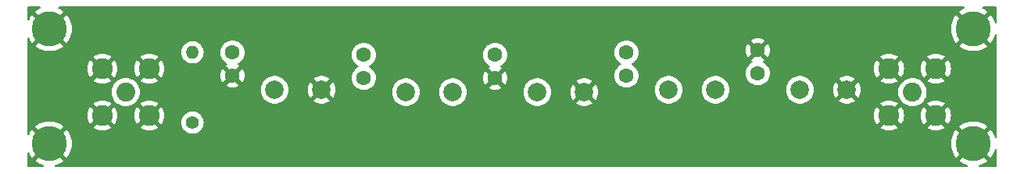
<source format=gbr>
%TF.GenerationSoftware,KiCad,Pcbnew,8.0.1*%
%TF.CreationDate,2024-06-11T21:07:25-04:00*%
%TF.ProjectId,filter,66696c74-6572-42e6-9b69-6361645f7063,rev?*%
%TF.SameCoordinates,Original*%
%TF.FileFunction,Copper,L2,Bot*%
%TF.FilePolarity,Positive*%
%FSLAX46Y46*%
G04 Gerber Fmt 4.6, Leading zero omitted, Abs format (unit mm)*
G04 Created by KiCad (PCBNEW 8.0.1) date 2024-06-11 21:07:25*
%MOMM*%
%LPD*%
G01*
G04 APERTURE LIST*
%TA.AperFunction,ComponentPad*%
%ADD10C,3.800000*%
%TD*%
%TA.AperFunction,ComponentPad*%
%ADD11C,1.600000*%
%TD*%
%TA.AperFunction,ComponentPad*%
%ADD12C,1.400000*%
%TD*%
%TA.AperFunction,ComponentPad*%
%ADD13O,1.400000X1.400000*%
%TD*%
%TA.AperFunction,ComponentPad*%
%ADD14C,2.000000*%
%TD*%
%TA.AperFunction,ComponentPad*%
%ADD15C,2.050000*%
%TD*%
%TA.AperFunction,ComponentPad*%
%ADD16C,2.250000*%
%TD*%
%TA.AperFunction,ViaPad*%
%ADD17C,0.600000*%
%TD*%
G04 APERTURE END LIST*
D10*
%TO.P,REF\u002A\u002A,1*%
%TO.N,GND*%
X187706000Y-104140000D03*
%TD*%
%TO.P,REF\u002A\u002A,1*%
%TO.N,GND*%
X187706000Y-91694000D03*
%TD*%
%TO.P,REF\u002A\u002A,*%
%TO.N,GND*%
X87630000Y-104140000D03*
%TD*%
%TO.P,REF\u002A\u002A,1*%
%TO.N,GND*%
X87630000Y-91694000D03*
%TD*%
D11*
%TO.P,C5,1*%
%TO.N,Net-(J2-In)*%
X164338000Y-96500000D03*
%TO.P,C5,2*%
%TO.N,GND*%
X164338000Y-94000000D03*
%TD*%
D12*
%TO.P,R1,1*%
%TO.N,Net-(J1-In)*%
X103124000Y-101854000D03*
D13*
%TO.P,R1,2*%
%TO.N,Net-(C2-Pad1)*%
X103124000Y-94234000D03*
%TD*%
D14*
%TO.P,L1,1,1*%
%TO.N,Net-(C2-Pad1)*%
X112014000Y-98298000D03*
%TO.P,L1,2,2*%
%TO.N,GND*%
X117094000Y-98298000D03*
%TD*%
%TO.P,L5,1,1*%
%TO.N,Net-(J2-In)*%
X168910000Y-98298000D03*
%TO.P,L5,2,2*%
%TO.N,GND*%
X173990000Y-98298000D03*
%TD*%
D15*
%TO.P,J2,1,In*%
%TO.N,Net-(J2-In)*%
X181102000Y-98552000D03*
D16*
%TO.P,J2,2,Ext*%
%TO.N,GND*%
X178562000Y-96012000D03*
X178562000Y-101092000D03*
X183642000Y-96012000D03*
X183642000Y-101092000D03*
%TD*%
D11*
%TO.P,C2,1*%
%TO.N,Net-(C2-Pad1)*%
X121666000Y-94508000D03*
%TO.P,C2,2*%
%TO.N,Net-(C3-Pad2)*%
X121666000Y-97008000D03*
%TD*%
%TO.P,C1,1*%
%TO.N,Net-(C2-Pad1)*%
X107442000Y-94254000D03*
%TO.P,C1,2*%
%TO.N,GND*%
X107442000Y-96754000D03*
%TD*%
%TO.P,C3,1*%
%TO.N,GND*%
X135890000Y-97008000D03*
%TO.P,C3,2*%
%TO.N,Net-(C1-Pad2)*%
X135890000Y-94508000D03*
%TD*%
D14*
%TO.P,L3,1,1*%
%TO.N,Net-(C5-Pad2)*%
X154686000Y-98298000D03*
%TO.P,L3,2,2*%
%TO.N,Net-(J2-In)*%
X159766000Y-98298000D03*
%TD*%
D15*
%TO.P,J1,1,In*%
%TO.N,Net-(J1-In)*%
X95885000Y-98552000D03*
D16*
%TO.P,J1,2,Ext*%
%TO.N,GND*%
X93345000Y-96012000D03*
X93345000Y-101092000D03*
X98425000Y-96012000D03*
X98425000Y-101092000D03*
%TD*%
D14*
%TO.P,L2,1,1*%
%TO.N,Net-(C3-Pad2)*%
X126238000Y-98552000D03*
%TO.P,L2,2,2*%
%TO.N,Net-(C1-Pad2)*%
X131318000Y-98552000D03*
%TD*%
%TO.P,L4,1,1*%
%TO.N,Net-(C1-Pad2)*%
X140462000Y-98552000D03*
%TO.P,L4,2,2*%
%TO.N,GND*%
X145542000Y-98552000D03*
%TD*%
D11*
%TO.P,C4,1*%
%TO.N,Net-(C1-Pad2)*%
X150114000Y-96754000D03*
%TO.P,C4,2*%
%TO.N,Net-(C5-Pad2)*%
X150114000Y-94254000D03*
%TD*%
D17*
%TO.N,GND*%
X170688000Y-97028000D03*
X153924000Y-100076000D03*
X101854000Y-103124000D03*
X146558000Y-95250000D03*
X131318000Y-96774000D03*
X104394000Y-92710000D03*
X171704000Y-98298000D03*
X162306000Y-96266000D03*
X120142000Y-92964000D03*
X155956000Y-96774000D03*
X132842000Y-95250000D03*
X170688000Y-101600000D03*
X149098000Y-92710000D03*
X133350000Y-99314000D03*
X137668000Y-93218000D03*
X163830000Y-99314000D03*
X142240000Y-98806000D03*
X152400000Y-98806000D03*
X148082000Y-93980000D03*
X118364000Y-96266000D03*
X166624000Y-94996000D03*
X181102000Y-96774000D03*
X141224000Y-95504000D03*
X135128000Y-93218000D03*
X104902000Y-102108000D03*
X136398000Y-92964000D03*
X114300000Y-93218000D03*
X169164000Y-100838000D03*
X177038000Y-97790000D03*
X150876000Y-92710000D03*
X110236000Y-98298000D03*
X115316000Y-92964000D03*
X161290000Y-96774000D03*
X102616000Y-99060000D03*
X143256000Y-95250000D03*
X149860000Y-98552000D03*
X134112000Y-98552000D03*
X114300000Y-98298000D03*
X183134000Y-98806000D03*
X176276000Y-98298000D03*
X139192000Y-94742000D03*
X104394000Y-95758000D03*
X116586000Y-92964000D03*
X103632000Y-100076000D03*
X155956000Y-100076000D03*
X153416000Y-95250000D03*
X137414000Y-97790000D03*
X133604000Y-94488000D03*
X173990000Y-101600000D03*
X154432000Y-96266000D03*
X101600000Y-102108000D03*
X162560000Y-100076000D03*
X169164000Y-96266000D03*
X105410000Y-95758000D03*
X104394000Y-103378000D03*
X123698000Y-98552000D03*
X117856000Y-92964000D03*
X117094000Y-96266000D03*
X145288000Y-95250000D03*
X100584000Y-97028000D03*
X172466000Y-101600000D03*
X138430000Y-93980000D03*
X109474000Y-93472000D03*
X118872000Y-92964000D03*
X132080000Y-96012000D03*
X124968000Y-95504000D03*
X109220000Y-97790000D03*
X115316000Y-97282000D03*
X142748000Y-98298000D03*
X167894000Y-99822000D03*
X165100000Y-98298000D03*
X119634000Y-96266000D03*
X110744000Y-94488000D03*
X138430000Y-98552000D03*
X112268000Y-96266000D03*
X181102000Y-100584000D03*
X116332000Y-96520000D03*
X158242000Y-97028000D03*
X159512000Y-96012000D03*
X151638000Y-98044000D03*
X112776000Y-95250000D03*
X140716000Y-96266000D03*
X159512000Y-100330000D03*
X113538000Y-93980000D03*
X144272000Y-95250000D03*
X111506000Y-95504000D03*
X152400000Y-94234000D03*
X123698000Y-95504000D03*
X104902000Y-101092000D03*
X147828000Y-98552000D03*
X166878000Y-98552000D03*
X148082000Y-95250000D03*
X161036000Y-100330000D03*
X175768000Y-101600000D03*
X139954000Y-95504000D03*
X143764000Y-98298000D03*
X105410000Y-92710000D03*
X148844000Y-98552000D03*
X158242000Y-99314000D03*
X134112000Y-93726000D03*
X142240000Y-95250000D03*
X101600000Y-98044000D03*
X125984000Y-96012000D03*
X167894000Y-94996000D03*
X156718000Y-98298000D03*
X100584000Y-101346000D03*
X103124000Y-103378000D03*
%TD*%
%TA.AperFunction,Conductor*%
%TO.N,GND*%
G36*
X186716961Y-89293185D02*
G01*
X186762716Y-89345989D01*
X186772660Y-89415147D01*
X186743635Y-89478703D01*
X186695569Y-89512792D01*
X186682117Y-89518117D01*
X186682109Y-89518121D01*
X186417476Y-89663604D01*
X186417471Y-89663607D01*
X186192565Y-89827010D01*
X186192564Y-89827011D01*
X187123262Y-90757709D01*
X186989398Y-90854967D01*
X186866967Y-90977398D01*
X186769709Y-91111262D01*
X185841311Y-90182864D01*
X185760520Y-90280525D01*
X185760518Y-90280528D01*
X185598707Y-90535502D01*
X185598704Y-90535508D01*
X185470127Y-90808747D01*
X185470125Y-90808752D01*
X185376805Y-91095959D01*
X185320216Y-91392609D01*
X185320215Y-91392616D01*
X185301255Y-91693994D01*
X185301255Y-91694005D01*
X185320215Y-91995383D01*
X185320216Y-91995390D01*
X185376805Y-92292040D01*
X185470125Y-92579247D01*
X185470127Y-92579252D01*
X185598704Y-92852491D01*
X185598707Y-92852497D01*
X185760516Y-93107469D01*
X185841311Y-93205133D01*
X186769708Y-92276736D01*
X186866967Y-92410602D01*
X186989398Y-92533033D01*
X187123262Y-92630290D01*
X186192564Y-93560987D01*
X186192565Y-93560989D01*
X186417461Y-93724385D01*
X186417479Y-93724397D01*
X186682109Y-93869878D01*
X186682117Y-93869882D01*
X186962889Y-93981047D01*
X186962892Y-93981048D01*
X187255399Y-94056150D01*
X187554995Y-94093999D01*
X187555007Y-94094000D01*
X187856993Y-94094000D01*
X187857004Y-94093999D01*
X188156600Y-94056150D01*
X188449107Y-93981048D01*
X188449110Y-93981047D01*
X188729882Y-93869882D01*
X188729890Y-93869878D01*
X188994520Y-93724397D01*
X188994530Y-93724390D01*
X189219433Y-93560987D01*
X189219434Y-93560987D01*
X188288737Y-92630290D01*
X188422602Y-92533033D01*
X188545033Y-92410602D01*
X188642290Y-92276737D01*
X189570687Y-93205134D01*
X189651486Y-93107464D01*
X189813292Y-92852497D01*
X189813295Y-92852491D01*
X189941872Y-92579252D01*
X189941874Y-92579247D01*
X190011569Y-92364751D01*
X190051007Y-92307075D01*
X190115365Y-92279877D01*
X190184212Y-92291792D01*
X190235687Y-92339036D01*
X190253500Y-92403069D01*
X190253500Y-103430930D01*
X190233815Y-103497969D01*
X190181011Y-103543724D01*
X190111853Y-103553668D01*
X190048297Y-103524643D01*
X190011569Y-103469248D01*
X189941874Y-103254752D01*
X189941872Y-103254747D01*
X189813295Y-102981508D01*
X189813292Y-102981502D01*
X189651483Y-102726530D01*
X189570686Y-102628864D01*
X188642289Y-103557261D01*
X188545033Y-103423398D01*
X188422602Y-103300967D01*
X188288736Y-103203709D01*
X189219434Y-102273011D01*
X189219433Y-102273009D01*
X188994538Y-102109614D01*
X188994520Y-102109602D01*
X188729890Y-101964121D01*
X188729882Y-101964117D01*
X188449110Y-101852952D01*
X188449107Y-101852951D01*
X188156600Y-101777849D01*
X187857004Y-101740000D01*
X187554995Y-101740000D01*
X187255399Y-101777849D01*
X186962892Y-101852951D01*
X186962889Y-101852952D01*
X186682117Y-101964117D01*
X186682109Y-101964121D01*
X186417476Y-102109604D01*
X186417471Y-102109607D01*
X186192565Y-102273010D01*
X186192564Y-102273011D01*
X187123262Y-103203709D01*
X186989398Y-103300967D01*
X186866967Y-103423398D01*
X186769709Y-103557262D01*
X185841311Y-102628864D01*
X185760520Y-102726525D01*
X185760518Y-102726528D01*
X185598707Y-102981502D01*
X185598704Y-102981508D01*
X185470127Y-103254747D01*
X185470125Y-103254752D01*
X185376805Y-103541959D01*
X185320216Y-103838609D01*
X185320215Y-103838616D01*
X185301255Y-104139994D01*
X185301255Y-104140005D01*
X185320215Y-104441383D01*
X185320216Y-104441390D01*
X185376805Y-104738040D01*
X185470125Y-105025247D01*
X185470127Y-105025252D01*
X185598704Y-105298491D01*
X185598707Y-105298497D01*
X185760516Y-105553469D01*
X185841311Y-105651133D01*
X186769708Y-104722736D01*
X186866967Y-104856602D01*
X186989398Y-104979033D01*
X187123262Y-105076290D01*
X186192564Y-106006987D01*
X186192565Y-106006989D01*
X186417461Y-106170385D01*
X186417479Y-106170397D01*
X186682109Y-106315878D01*
X186682117Y-106315882D01*
X186962888Y-106427046D01*
X187026564Y-106443396D01*
X187086602Y-106479134D01*
X187117787Y-106541658D01*
X187110219Y-106611116D01*
X187066300Y-106665457D01*
X186999975Y-106687427D01*
X186995726Y-106687500D01*
X88340274Y-106687500D01*
X88273235Y-106667815D01*
X88227480Y-106615011D01*
X88217536Y-106545853D01*
X88246561Y-106482297D01*
X88305339Y-106444523D01*
X88309436Y-106443396D01*
X88373111Y-106427046D01*
X88653882Y-106315882D01*
X88653890Y-106315878D01*
X88918520Y-106170397D01*
X88918530Y-106170390D01*
X89143433Y-106006987D01*
X89143434Y-106006987D01*
X88212737Y-105076290D01*
X88346602Y-104979033D01*
X88469033Y-104856602D01*
X88566290Y-104722737D01*
X89494687Y-105651134D01*
X89575486Y-105553464D01*
X89737292Y-105298497D01*
X89737295Y-105298491D01*
X89865872Y-105025252D01*
X89865874Y-105025247D01*
X89959194Y-104738040D01*
X90015783Y-104441390D01*
X90015784Y-104441383D01*
X90034745Y-104140005D01*
X90034745Y-104139994D01*
X90015784Y-103838616D01*
X90015783Y-103838609D01*
X89959194Y-103541959D01*
X89865874Y-103254752D01*
X89865872Y-103254747D01*
X89737295Y-102981508D01*
X89737292Y-102981502D01*
X89575483Y-102726530D01*
X89494686Y-102628864D01*
X88566289Y-103557261D01*
X88469033Y-103423398D01*
X88346602Y-103300967D01*
X88212736Y-103203709D01*
X89143434Y-102273011D01*
X89143433Y-102273009D01*
X88918538Y-102109614D01*
X88918520Y-102109602D01*
X88653890Y-101964121D01*
X88653882Y-101964117D01*
X88373110Y-101852952D01*
X88373107Y-101852951D01*
X88080600Y-101777849D01*
X87781004Y-101740000D01*
X87478995Y-101740000D01*
X87179399Y-101777849D01*
X86886892Y-101852951D01*
X86886889Y-101852952D01*
X86606117Y-101964117D01*
X86606109Y-101964121D01*
X86341476Y-102109604D01*
X86341471Y-102109607D01*
X86116565Y-102273010D01*
X86116564Y-102273011D01*
X87047262Y-103203709D01*
X86913398Y-103300967D01*
X86790967Y-103423398D01*
X86693709Y-103557262D01*
X85765311Y-102628864D01*
X85684520Y-102726525D01*
X85684518Y-102726528D01*
X85522707Y-102981502D01*
X85522704Y-102981508D01*
X85445698Y-103145154D01*
X85399343Y-103197432D01*
X85332083Y-103216349D01*
X85265273Y-103195900D01*
X85220124Y-103142576D01*
X85209500Y-103092357D01*
X85209500Y-101092000D01*
X91714975Y-101092000D01*
X91735042Y-101346989D01*
X91794752Y-101595702D01*
X91892634Y-101832012D01*
X91892636Y-101832015D01*
X92026277Y-102050098D01*
X92026284Y-102050107D01*
X92029533Y-102053912D01*
X92590884Y-101492560D01*
X92591740Y-101494626D01*
X92684762Y-101633844D01*
X92803156Y-101752238D01*
X92942374Y-101845260D01*
X92944437Y-101846114D01*
X92383087Y-102407465D01*
X92386897Y-102410719D01*
X92604984Y-102544363D01*
X92604987Y-102544365D01*
X92841297Y-102642247D01*
X93090011Y-102701957D01*
X93090010Y-102701957D01*
X93345000Y-102722024D01*
X93599989Y-102701957D01*
X93848702Y-102642247D01*
X94085012Y-102544365D01*
X94085015Y-102544363D01*
X94303095Y-102410724D01*
X94303110Y-102410713D01*
X94306911Y-102407466D01*
X94306911Y-102407464D01*
X93745562Y-101846114D01*
X93747626Y-101845260D01*
X93886844Y-101752238D01*
X94005238Y-101633844D01*
X94098260Y-101494626D01*
X94099114Y-101492561D01*
X94660464Y-102053911D01*
X94660466Y-102053911D01*
X94663713Y-102050110D01*
X94663724Y-102050095D01*
X94797363Y-101832015D01*
X94797365Y-101832012D01*
X94895247Y-101595702D01*
X94954957Y-101346989D01*
X94975024Y-101092000D01*
X96794975Y-101092000D01*
X96815042Y-101346989D01*
X96874752Y-101595702D01*
X96972634Y-101832012D01*
X96972636Y-101832015D01*
X97106277Y-102050098D01*
X97106284Y-102050107D01*
X97109533Y-102053912D01*
X97670884Y-101492560D01*
X97671740Y-101494626D01*
X97764762Y-101633844D01*
X97883156Y-101752238D01*
X98022374Y-101845260D01*
X98024437Y-101846114D01*
X97463087Y-102407465D01*
X97466897Y-102410719D01*
X97684984Y-102544363D01*
X97684987Y-102544365D01*
X97921297Y-102642247D01*
X98170011Y-102701957D01*
X98170010Y-102701957D01*
X98425000Y-102722024D01*
X98679989Y-102701957D01*
X98928702Y-102642247D01*
X99165012Y-102544365D01*
X99165015Y-102544363D01*
X99383095Y-102410724D01*
X99383110Y-102410713D01*
X99386911Y-102407466D01*
X99386911Y-102407464D01*
X98825562Y-101846114D01*
X98827626Y-101845260D01*
X98966844Y-101752238D01*
X99085238Y-101633844D01*
X99178260Y-101494626D01*
X99179114Y-101492561D01*
X99740464Y-102053911D01*
X99740466Y-102053911D01*
X99743713Y-102050110D01*
X99743724Y-102050095D01*
X99863891Y-101854000D01*
X101918357Y-101854000D01*
X101938884Y-102075535D01*
X101938885Y-102075537D01*
X101999769Y-102289523D01*
X101999775Y-102289538D01*
X102098938Y-102488683D01*
X102098943Y-102488691D01*
X102233020Y-102666238D01*
X102397437Y-102816123D01*
X102397439Y-102816125D01*
X102586595Y-102933245D01*
X102586596Y-102933245D01*
X102586599Y-102933247D01*
X102794060Y-103013618D01*
X103012757Y-103054500D01*
X103012759Y-103054500D01*
X103235241Y-103054500D01*
X103235243Y-103054500D01*
X103453940Y-103013618D01*
X103661401Y-102933247D01*
X103850562Y-102816124D01*
X104014981Y-102666236D01*
X104149058Y-102488689D01*
X104248229Y-102289528D01*
X104309115Y-102075536D01*
X104329643Y-101854000D01*
X104309115Y-101632464D01*
X104248229Y-101418472D01*
X104248224Y-101418461D01*
X104149061Y-101219316D01*
X104149056Y-101219308D01*
X104052918Y-101092000D01*
X176931975Y-101092000D01*
X176952042Y-101346989D01*
X177011752Y-101595702D01*
X177109634Y-101832012D01*
X177109636Y-101832015D01*
X177243277Y-102050098D01*
X177243284Y-102050107D01*
X177246533Y-102053912D01*
X177807884Y-101492560D01*
X177808740Y-101494626D01*
X177901762Y-101633844D01*
X178020156Y-101752238D01*
X178159374Y-101845260D01*
X178161437Y-101846114D01*
X177600087Y-102407465D01*
X177603897Y-102410719D01*
X177821984Y-102544363D01*
X177821987Y-102544365D01*
X178058297Y-102642247D01*
X178307011Y-102701957D01*
X178307010Y-102701957D01*
X178562000Y-102722024D01*
X178816989Y-102701957D01*
X179065702Y-102642247D01*
X179302012Y-102544365D01*
X179302015Y-102544363D01*
X179520095Y-102410724D01*
X179520110Y-102410713D01*
X179523911Y-102407466D01*
X179523911Y-102407464D01*
X178962562Y-101846114D01*
X178964626Y-101845260D01*
X179103844Y-101752238D01*
X179222238Y-101633844D01*
X179315260Y-101494626D01*
X179316114Y-101492561D01*
X179877464Y-102053911D01*
X179877466Y-102053911D01*
X179880713Y-102050110D01*
X179880724Y-102050095D01*
X180014363Y-101832015D01*
X180014365Y-101832012D01*
X180112247Y-101595702D01*
X180171957Y-101346989D01*
X180192024Y-101092000D01*
X182011975Y-101092000D01*
X182032042Y-101346989D01*
X182091752Y-101595702D01*
X182189634Y-101832012D01*
X182189636Y-101832015D01*
X182323277Y-102050098D01*
X182323284Y-102050107D01*
X182326533Y-102053912D01*
X182887884Y-101492560D01*
X182888740Y-101494626D01*
X182981762Y-101633844D01*
X183100156Y-101752238D01*
X183239374Y-101845260D01*
X183241437Y-101846114D01*
X182680087Y-102407465D01*
X182683897Y-102410719D01*
X182901984Y-102544363D01*
X182901987Y-102544365D01*
X183138297Y-102642247D01*
X183387011Y-102701957D01*
X183387010Y-102701957D01*
X183642000Y-102722024D01*
X183896989Y-102701957D01*
X184145702Y-102642247D01*
X184382012Y-102544365D01*
X184382015Y-102544363D01*
X184600095Y-102410724D01*
X184600110Y-102410713D01*
X184603911Y-102407466D01*
X184603911Y-102407464D01*
X184042562Y-101846114D01*
X184044626Y-101845260D01*
X184183844Y-101752238D01*
X184302238Y-101633844D01*
X184395260Y-101494626D01*
X184396114Y-101492561D01*
X184957464Y-102053911D01*
X184957466Y-102053911D01*
X184960713Y-102050110D01*
X184960724Y-102050095D01*
X185094363Y-101832015D01*
X185094365Y-101832012D01*
X185192247Y-101595702D01*
X185251957Y-101346989D01*
X185272024Y-101092000D01*
X185251957Y-100837010D01*
X185192247Y-100588297D01*
X185094365Y-100351987D01*
X185094363Y-100351984D01*
X184960719Y-100133897D01*
X184957465Y-100130087D01*
X184396114Y-100691437D01*
X184395260Y-100689374D01*
X184302238Y-100550156D01*
X184183844Y-100431762D01*
X184044626Y-100338740D01*
X184042561Y-100337884D01*
X184603912Y-99776533D01*
X184600107Y-99773284D01*
X184600098Y-99773277D01*
X184382015Y-99639636D01*
X184382012Y-99639634D01*
X184145702Y-99541752D01*
X183896988Y-99482042D01*
X183896989Y-99482042D01*
X183642000Y-99461975D01*
X183387010Y-99482042D01*
X183138297Y-99541752D01*
X182901987Y-99639634D01*
X182901984Y-99639636D01*
X182683893Y-99773282D01*
X182680086Y-99776532D01*
X183241438Y-100337884D01*
X183239374Y-100338740D01*
X183100156Y-100431762D01*
X182981762Y-100550156D01*
X182888740Y-100689374D01*
X182887884Y-100691438D01*
X182326532Y-100130086D01*
X182323282Y-100133893D01*
X182189636Y-100351984D01*
X182189634Y-100351987D01*
X182091752Y-100588297D01*
X182032042Y-100837010D01*
X182011975Y-101092000D01*
X180192024Y-101092000D01*
X180171957Y-100837010D01*
X180112247Y-100588297D01*
X180014365Y-100351987D01*
X180014363Y-100351984D01*
X179880719Y-100133897D01*
X179877465Y-100130087D01*
X179316114Y-100691437D01*
X179315260Y-100689374D01*
X179222238Y-100550156D01*
X179103844Y-100431762D01*
X178964626Y-100338740D01*
X178962561Y-100337884D01*
X179523912Y-99776533D01*
X179520107Y-99773284D01*
X179520098Y-99773277D01*
X179302015Y-99639636D01*
X179302012Y-99639634D01*
X179065702Y-99541752D01*
X178816988Y-99482042D01*
X178816989Y-99482042D01*
X178562000Y-99461975D01*
X178307010Y-99482042D01*
X178058297Y-99541752D01*
X177821987Y-99639634D01*
X177821984Y-99639636D01*
X177603893Y-99773282D01*
X177600086Y-99776532D01*
X178161438Y-100337884D01*
X178159374Y-100338740D01*
X178020156Y-100431762D01*
X177901762Y-100550156D01*
X177808740Y-100689374D01*
X177807884Y-100691438D01*
X177246532Y-100130086D01*
X177243282Y-100133893D01*
X177109636Y-100351984D01*
X177109634Y-100351987D01*
X177011752Y-100588297D01*
X176952042Y-100837010D01*
X176931975Y-101092000D01*
X104052918Y-101092000D01*
X104014979Y-101041761D01*
X103850562Y-100891876D01*
X103850560Y-100891874D01*
X103661404Y-100774754D01*
X103661398Y-100774752D01*
X103453940Y-100694382D01*
X103235243Y-100653500D01*
X103012757Y-100653500D01*
X102794060Y-100694382D01*
X102680318Y-100738446D01*
X102586601Y-100774752D01*
X102586595Y-100774754D01*
X102397439Y-100891874D01*
X102397437Y-100891876D01*
X102233020Y-101041761D01*
X102098943Y-101219308D01*
X102098938Y-101219316D01*
X101999775Y-101418461D01*
X101999769Y-101418476D01*
X101938885Y-101632462D01*
X101938884Y-101632464D01*
X101918357Y-101853999D01*
X101918357Y-101854000D01*
X99863891Y-101854000D01*
X99877363Y-101832015D01*
X99877365Y-101832012D01*
X99975247Y-101595702D01*
X100034957Y-101346989D01*
X100055024Y-101092000D01*
X100034957Y-100837010D01*
X99975247Y-100588297D01*
X99877365Y-100351987D01*
X99877363Y-100351984D01*
X99743719Y-100133897D01*
X99740465Y-100130087D01*
X99179114Y-100691437D01*
X99178260Y-100689374D01*
X99085238Y-100550156D01*
X98966844Y-100431762D01*
X98827626Y-100338740D01*
X98825561Y-100337884D01*
X99386912Y-99776533D01*
X99383107Y-99773284D01*
X99383098Y-99773277D01*
X99165015Y-99639636D01*
X99165012Y-99639634D01*
X98928702Y-99541752D01*
X98679988Y-99482042D01*
X98679989Y-99482042D01*
X98425000Y-99461975D01*
X98170010Y-99482042D01*
X97921297Y-99541752D01*
X97684987Y-99639634D01*
X97684984Y-99639636D01*
X97466893Y-99773282D01*
X97463086Y-99776532D01*
X98024438Y-100337884D01*
X98022374Y-100338740D01*
X97883156Y-100431762D01*
X97764762Y-100550156D01*
X97671740Y-100689374D01*
X97670884Y-100691438D01*
X97109532Y-100130086D01*
X97106282Y-100133893D01*
X96972636Y-100351984D01*
X96972634Y-100351987D01*
X96874752Y-100588297D01*
X96815042Y-100837010D01*
X96794975Y-101092000D01*
X94975024Y-101092000D01*
X94954957Y-100837010D01*
X94895247Y-100588297D01*
X94797365Y-100351987D01*
X94797363Y-100351984D01*
X94663719Y-100133897D01*
X94660465Y-100130087D01*
X94099114Y-100691437D01*
X94098260Y-100689374D01*
X94005238Y-100550156D01*
X93886844Y-100431762D01*
X93747626Y-100338740D01*
X93745561Y-100337884D01*
X94306912Y-99776533D01*
X94303107Y-99773284D01*
X94303098Y-99773277D01*
X94085015Y-99639636D01*
X94085012Y-99639634D01*
X93848702Y-99541752D01*
X93599988Y-99482042D01*
X93599989Y-99482042D01*
X93345000Y-99461975D01*
X93090010Y-99482042D01*
X92841297Y-99541752D01*
X92604987Y-99639634D01*
X92604984Y-99639636D01*
X92386893Y-99773282D01*
X92383086Y-99776532D01*
X92944438Y-100337884D01*
X92942374Y-100338740D01*
X92803156Y-100431762D01*
X92684762Y-100550156D01*
X92591740Y-100689374D01*
X92590884Y-100691438D01*
X92029532Y-100130086D01*
X92026282Y-100133893D01*
X91892636Y-100351984D01*
X91892634Y-100351987D01*
X91794752Y-100588297D01*
X91735042Y-100837010D01*
X91714975Y-101092000D01*
X85209500Y-101092000D01*
X85209500Y-98552000D01*
X94354783Y-98552000D01*
X94373623Y-98791382D01*
X94429674Y-99024853D01*
X94429678Y-99024865D01*
X94521565Y-99246702D01*
X94647026Y-99451436D01*
X94647028Y-99451439D01*
X94802973Y-99634027D01*
X94985561Y-99789972D01*
X95021599Y-99812056D01*
X95190297Y-99915434D01*
X95227467Y-99930830D01*
X95412137Y-100007323D01*
X95645621Y-100063377D01*
X95885000Y-100082217D01*
X96124379Y-100063377D01*
X96357863Y-100007323D01*
X96579704Y-99915433D01*
X96784439Y-99789972D01*
X96967027Y-99634027D01*
X97122972Y-99451439D01*
X97248433Y-99246704D01*
X97340323Y-99024863D01*
X97396377Y-98791379D01*
X97415217Y-98552000D01*
X97396377Y-98312621D01*
X97392868Y-98298005D01*
X110508357Y-98298005D01*
X110528890Y-98545812D01*
X110528892Y-98545824D01*
X110589936Y-98786881D01*
X110689826Y-99014606D01*
X110825833Y-99222782D01*
X110825836Y-99222785D01*
X110994256Y-99405738D01*
X111190491Y-99558474D01*
X111190493Y-99558475D01*
X111408332Y-99676364D01*
X111409190Y-99676828D01*
X111628141Y-99751994D01*
X111642964Y-99757083D01*
X111644386Y-99757571D01*
X111889665Y-99798500D01*
X112138335Y-99798500D01*
X112383614Y-99757571D01*
X112618810Y-99676828D01*
X112837509Y-99558474D01*
X113033744Y-99405738D01*
X113202164Y-99222785D01*
X113338173Y-99014607D01*
X113438063Y-98786881D01*
X113499108Y-98545821D01*
X113503651Y-98490993D01*
X113519643Y-98298005D01*
X115588859Y-98298005D01*
X115609385Y-98545729D01*
X115609387Y-98545738D01*
X115670412Y-98786717D01*
X115770266Y-99014364D01*
X115870564Y-99167882D01*
X116611037Y-98427409D01*
X116628075Y-98490993D01*
X116693901Y-98605007D01*
X116786993Y-98698099D01*
X116901007Y-98763925D01*
X116964590Y-98780962D01*
X116223942Y-99521609D01*
X116270768Y-99558055D01*
X116270770Y-99558056D01*
X116489385Y-99676364D01*
X116489396Y-99676369D01*
X116724506Y-99757083D01*
X116969707Y-99798000D01*
X117218293Y-99798000D01*
X117463493Y-99757083D01*
X117698603Y-99676369D01*
X117698614Y-99676364D01*
X117917228Y-99558057D01*
X117917231Y-99558055D01*
X117964056Y-99521609D01*
X117223409Y-98780962D01*
X117286993Y-98763925D01*
X117401007Y-98698099D01*
X117494099Y-98605007D01*
X117559925Y-98490993D01*
X117576962Y-98427410D01*
X118317434Y-99167882D01*
X118417731Y-99014369D01*
X118517587Y-98786717D01*
X118577025Y-98552005D01*
X124732357Y-98552005D01*
X124752890Y-98799812D01*
X124752892Y-98799824D01*
X124813936Y-99040881D01*
X124913826Y-99268606D01*
X125049833Y-99476782D01*
X125049836Y-99476785D01*
X125218256Y-99659738D01*
X125414491Y-99812474D01*
X125414493Y-99812475D01*
X125632332Y-99930364D01*
X125633190Y-99930828D01*
X125852141Y-100005994D01*
X125866964Y-100011083D01*
X125868386Y-100011571D01*
X126113665Y-100052500D01*
X126362335Y-100052500D01*
X126607614Y-100011571D01*
X126842810Y-99930828D01*
X127061509Y-99812474D01*
X127257744Y-99659738D01*
X127426164Y-99476785D01*
X127562173Y-99268607D01*
X127662063Y-99040881D01*
X127723108Y-98799821D01*
X127723259Y-98798000D01*
X127743643Y-98552005D01*
X129812357Y-98552005D01*
X129832890Y-98799812D01*
X129832892Y-98799824D01*
X129893936Y-99040881D01*
X129993826Y-99268606D01*
X130129833Y-99476782D01*
X130129836Y-99476785D01*
X130298256Y-99659738D01*
X130494491Y-99812474D01*
X130494493Y-99812475D01*
X130712332Y-99930364D01*
X130713190Y-99930828D01*
X130932141Y-100005994D01*
X130946964Y-100011083D01*
X130948386Y-100011571D01*
X131193665Y-100052500D01*
X131442335Y-100052500D01*
X131687614Y-100011571D01*
X131922810Y-99930828D01*
X132141509Y-99812474D01*
X132337744Y-99659738D01*
X132506164Y-99476785D01*
X132642173Y-99268607D01*
X132742063Y-99040881D01*
X132803108Y-98799821D01*
X132803259Y-98798000D01*
X132823643Y-98552005D01*
X138956357Y-98552005D01*
X138976890Y-98799812D01*
X138976892Y-98799824D01*
X139037936Y-99040881D01*
X139137826Y-99268606D01*
X139273833Y-99476782D01*
X139273836Y-99476785D01*
X139442256Y-99659738D01*
X139638491Y-99812474D01*
X139638493Y-99812475D01*
X139856332Y-99930364D01*
X139857190Y-99930828D01*
X140076141Y-100005994D01*
X140090964Y-100011083D01*
X140092386Y-100011571D01*
X140337665Y-100052500D01*
X140586335Y-100052500D01*
X140831614Y-100011571D01*
X141066810Y-99930828D01*
X141285509Y-99812474D01*
X141481744Y-99659738D01*
X141650164Y-99476785D01*
X141786173Y-99268607D01*
X141886063Y-99040881D01*
X141947108Y-98799821D01*
X141947259Y-98798000D01*
X141967643Y-98552005D01*
X144036859Y-98552005D01*
X144057385Y-98799729D01*
X144057387Y-98799738D01*
X144118412Y-99040717D01*
X144218266Y-99268364D01*
X144318564Y-99421882D01*
X145059037Y-98681409D01*
X145076075Y-98744993D01*
X145141901Y-98859007D01*
X145234993Y-98952099D01*
X145349007Y-99017925D01*
X145412590Y-99034962D01*
X144671942Y-99775609D01*
X144718768Y-99812055D01*
X144718770Y-99812056D01*
X144937385Y-99930364D01*
X144937396Y-99930369D01*
X145172506Y-100011083D01*
X145417707Y-100052000D01*
X145666293Y-100052000D01*
X145911493Y-100011083D01*
X146146603Y-99930369D01*
X146146614Y-99930364D01*
X146365228Y-99812057D01*
X146365231Y-99812055D01*
X146412056Y-99775609D01*
X145671409Y-99034962D01*
X145734993Y-99017925D01*
X145849007Y-98952099D01*
X145942099Y-98859007D01*
X146007925Y-98744993D01*
X146024962Y-98681410D01*
X146765434Y-99421882D01*
X146865731Y-99268369D01*
X146965587Y-99040717D01*
X147026612Y-98799738D01*
X147026614Y-98799729D01*
X147047141Y-98552005D01*
X147047141Y-98551994D01*
X147026614Y-98304270D01*
X147026612Y-98304261D01*
X147025028Y-98298005D01*
X153180357Y-98298005D01*
X153200890Y-98545812D01*
X153200892Y-98545824D01*
X153261936Y-98786881D01*
X153361826Y-99014606D01*
X153497833Y-99222782D01*
X153497836Y-99222785D01*
X153666256Y-99405738D01*
X153862491Y-99558474D01*
X153862493Y-99558475D01*
X154080332Y-99676364D01*
X154081190Y-99676828D01*
X154300141Y-99751994D01*
X154314964Y-99757083D01*
X154316386Y-99757571D01*
X154561665Y-99798500D01*
X154810335Y-99798500D01*
X155055614Y-99757571D01*
X155290810Y-99676828D01*
X155509509Y-99558474D01*
X155705744Y-99405738D01*
X155874164Y-99222785D01*
X156010173Y-99014607D01*
X156110063Y-98786881D01*
X156171108Y-98545821D01*
X156175651Y-98490993D01*
X156191643Y-98298005D01*
X158260357Y-98298005D01*
X158280890Y-98545812D01*
X158280892Y-98545824D01*
X158341936Y-98786881D01*
X158441826Y-99014606D01*
X158577833Y-99222782D01*
X158577836Y-99222785D01*
X158746256Y-99405738D01*
X158942491Y-99558474D01*
X158942493Y-99558475D01*
X159160332Y-99676364D01*
X159161190Y-99676828D01*
X159380141Y-99751994D01*
X159394964Y-99757083D01*
X159396386Y-99757571D01*
X159641665Y-99798500D01*
X159890335Y-99798500D01*
X160135614Y-99757571D01*
X160370810Y-99676828D01*
X160589509Y-99558474D01*
X160785744Y-99405738D01*
X160954164Y-99222785D01*
X161090173Y-99014607D01*
X161190063Y-98786881D01*
X161251108Y-98545821D01*
X161255651Y-98490993D01*
X161271643Y-98298005D01*
X167404357Y-98298005D01*
X167424890Y-98545812D01*
X167424892Y-98545824D01*
X167485936Y-98786881D01*
X167585826Y-99014606D01*
X167721833Y-99222782D01*
X167721836Y-99222785D01*
X167890256Y-99405738D01*
X168086491Y-99558474D01*
X168086493Y-99558475D01*
X168304332Y-99676364D01*
X168305190Y-99676828D01*
X168524141Y-99751994D01*
X168538964Y-99757083D01*
X168540386Y-99757571D01*
X168785665Y-99798500D01*
X169034335Y-99798500D01*
X169279614Y-99757571D01*
X169514810Y-99676828D01*
X169733509Y-99558474D01*
X169929744Y-99405738D01*
X170098164Y-99222785D01*
X170234173Y-99014607D01*
X170334063Y-98786881D01*
X170395108Y-98545821D01*
X170399651Y-98490993D01*
X170415643Y-98298005D01*
X172484859Y-98298005D01*
X172505385Y-98545729D01*
X172505387Y-98545738D01*
X172566412Y-98786717D01*
X172666266Y-99014364D01*
X172766564Y-99167882D01*
X173507037Y-98427409D01*
X173524075Y-98490993D01*
X173589901Y-98605007D01*
X173682993Y-98698099D01*
X173797007Y-98763925D01*
X173860590Y-98780962D01*
X173119942Y-99521609D01*
X173166768Y-99558055D01*
X173166770Y-99558056D01*
X173385385Y-99676364D01*
X173385396Y-99676369D01*
X173620506Y-99757083D01*
X173865707Y-99798000D01*
X174114293Y-99798000D01*
X174359493Y-99757083D01*
X174594603Y-99676369D01*
X174594614Y-99676364D01*
X174813228Y-99558057D01*
X174813231Y-99558055D01*
X174860056Y-99521609D01*
X174119409Y-98780962D01*
X174182993Y-98763925D01*
X174297007Y-98698099D01*
X174390099Y-98605007D01*
X174455925Y-98490993D01*
X174472962Y-98427410D01*
X175213434Y-99167882D01*
X175313731Y-99014369D01*
X175413587Y-98786717D01*
X175473026Y-98552000D01*
X179571783Y-98552000D01*
X179590623Y-98791382D01*
X179646674Y-99024853D01*
X179646678Y-99024865D01*
X179738565Y-99246702D01*
X179864026Y-99451436D01*
X179864028Y-99451439D01*
X180019973Y-99634027D01*
X180202561Y-99789972D01*
X180238599Y-99812056D01*
X180407297Y-99915434D01*
X180444467Y-99930830D01*
X180629137Y-100007323D01*
X180862621Y-100063377D01*
X181102000Y-100082217D01*
X181341379Y-100063377D01*
X181574863Y-100007323D01*
X181796704Y-99915433D01*
X182001439Y-99789972D01*
X182184027Y-99634027D01*
X182339972Y-99451439D01*
X182465433Y-99246704D01*
X182557323Y-99024863D01*
X182613377Y-98791379D01*
X182632217Y-98552000D01*
X182613377Y-98312621D01*
X182557323Y-98079137D01*
X182501532Y-97944447D01*
X182465434Y-97857297D01*
X182344979Y-97660732D01*
X182339972Y-97652561D01*
X182184027Y-97469973D01*
X182001439Y-97314028D01*
X182001436Y-97314026D01*
X181796702Y-97188565D01*
X181574865Y-97096678D01*
X181574867Y-97096678D01*
X181574863Y-97096677D01*
X181574859Y-97096676D01*
X181574853Y-97096674D01*
X181341382Y-97040623D01*
X181102000Y-97021783D01*
X180862617Y-97040623D01*
X180629146Y-97096674D01*
X180629134Y-97096678D01*
X180407297Y-97188565D01*
X180202563Y-97314026D01*
X180019973Y-97469973D01*
X179864026Y-97652563D01*
X179738565Y-97857297D01*
X179646678Y-98079134D01*
X179646674Y-98079146D01*
X179590623Y-98312617D01*
X179571783Y-98552000D01*
X175473026Y-98552000D01*
X175474612Y-98545738D01*
X175474614Y-98545729D01*
X175495141Y-98298005D01*
X175495141Y-98297994D01*
X175474614Y-98050270D01*
X175474612Y-98050261D01*
X175413587Y-97809282D01*
X175313731Y-97581630D01*
X175213434Y-97428116D01*
X174472962Y-98168589D01*
X174455925Y-98105007D01*
X174390099Y-97990993D01*
X174297007Y-97897901D01*
X174182993Y-97832075D01*
X174119410Y-97815037D01*
X174860057Y-97074390D01*
X174860056Y-97074389D01*
X174813229Y-97037943D01*
X174594614Y-96919635D01*
X174594603Y-96919630D01*
X174359493Y-96838916D01*
X174114293Y-96798000D01*
X173865707Y-96798000D01*
X173620506Y-96838916D01*
X173385396Y-96919630D01*
X173385390Y-96919632D01*
X173166761Y-97037949D01*
X173119942Y-97074388D01*
X173119942Y-97074390D01*
X173860590Y-97815037D01*
X173797007Y-97832075D01*
X173682993Y-97897901D01*
X173589901Y-97990993D01*
X173524075Y-98105007D01*
X173507037Y-98168589D01*
X172766564Y-97428116D01*
X172666267Y-97581632D01*
X172566412Y-97809282D01*
X172505387Y-98050261D01*
X172505385Y-98050270D01*
X172484859Y-98297994D01*
X172484859Y-98298005D01*
X170415643Y-98298005D01*
X170415643Y-98297994D01*
X170395109Y-98050187D01*
X170395107Y-98050175D01*
X170334063Y-97809118D01*
X170234173Y-97581393D01*
X170098166Y-97373217D01*
X170056047Y-97327464D01*
X169929744Y-97190262D01*
X169733509Y-97037526D01*
X169733507Y-97037525D01*
X169733506Y-97037524D01*
X169514811Y-96919172D01*
X169514802Y-96919169D01*
X169279616Y-96838429D01*
X169034335Y-96797500D01*
X168785665Y-96797500D01*
X168540383Y-96838429D01*
X168305197Y-96919169D01*
X168305188Y-96919172D01*
X168086493Y-97037524D01*
X167890257Y-97190261D01*
X167721833Y-97373217D01*
X167585826Y-97581393D01*
X167485936Y-97809118D01*
X167424892Y-98050175D01*
X167424890Y-98050187D01*
X167404357Y-98297994D01*
X167404357Y-98298005D01*
X161271643Y-98298005D01*
X161271643Y-98297994D01*
X161251109Y-98050187D01*
X161251107Y-98050175D01*
X161190063Y-97809118D01*
X161090173Y-97581393D01*
X160954166Y-97373217D01*
X160912047Y-97327464D01*
X160785744Y-97190262D01*
X160589509Y-97037526D01*
X160589507Y-97037525D01*
X160589506Y-97037524D01*
X160370811Y-96919172D01*
X160370802Y-96919169D01*
X160135616Y-96838429D01*
X159890335Y-96797500D01*
X159641665Y-96797500D01*
X159396383Y-96838429D01*
X159161197Y-96919169D01*
X159161188Y-96919172D01*
X158942493Y-97037524D01*
X158746257Y-97190261D01*
X158577833Y-97373217D01*
X158441826Y-97581393D01*
X158341936Y-97809118D01*
X158280892Y-98050175D01*
X158280890Y-98050187D01*
X158260357Y-98297994D01*
X158260357Y-98298005D01*
X156191643Y-98298005D01*
X156191643Y-98297994D01*
X156171109Y-98050187D01*
X156171107Y-98050175D01*
X156110063Y-97809118D01*
X156010173Y-97581393D01*
X155874166Y-97373217D01*
X155832047Y-97327464D01*
X155705744Y-97190262D01*
X155509509Y-97037526D01*
X155509507Y-97037525D01*
X155509506Y-97037524D01*
X155290811Y-96919172D01*
X155290802Y-96919169D01*
X155055616Y-96838429D01*
X154810335Y-96797500D01*
X154561665Y-96797500D01*
X154316383Y-96838429D01*
X154081197Y-96919169D01*
X154081188Y-96919172D01*
X153862493Y-97037524D01*
X153666257Y-97190261D01*
X153497833Y-97373217D01*
X153361826Y-97581393D01*
X153261936Y-97809118D01*
X153200892Y-98050175D01*
X153200890Y-98050187D01*
X153180357Y-98297994D01*
X153180357Y-98298005D01*
X147025028Y-98298005D01*
X146965587Y-98063282D01*
X146865731Y-97835630D01*
X146765434Y-97682116D01*
X146024962Y-98422589D01*
X146007925Y-98359007D01*
X145942099Y-98244993D01*
X145849007Y-98151901D01*
X145734993Y-98086075D01*
X145671410Y-98069037D01*
X146412057Y-97328390D01*
X146412056Y-97328389D01*
X146365229Y-97291943D01*
X146146614Y-97173635D01*
X146146603Y-97173630D01*
X145911493Y-97092916D01*
X145666293Y-97052000D01*
X145417707Y-97052000D01*
X145172506Y-97092916D01*
X144937396Y-97173630D01*
X144937390Y-97173632D01*
X144718761Y-97291949D01*
X144671942Y-97328388D01*
X144671942Y-97328390D01*
X145412590Y-98069037D01*
X145349007Y-98086075D01*
X145234993Y-98151901D01*
X145141901Y-98244993D01*
X145076075Y-98359007D01*
X145059037Y-98422589D01*
X144318564Y-97682116D01*
X144218267Y-97835632D01*
X144118412Y-98063282D01*
X144057387Y-98304261D01*
X144057385Y-98304270D01*
X144036859Y-98551994D01*
X144036859Y-98552005D01*
X141967643Y-98552005D01*
X141967643Y-98551994D01*
X141947109Y-98304187D01*
X141947107Y-98304175D01*
X141886063Y-98063118D01*
X141786173Y-97835393D01*
X141650166Y-97627217D01*
X141607982Y-97581393D01*
X141481744Y-97444262D01*
X141285509Y-97291526D01*
X141285507Y-97291525D01*
X141285506Y-97291524D01*
X141066811Y-97173172D01*
X141066802Y-97173169D01*
X140831616Y-97092429D01*
X140586335Y-97051500D01*
X140337665Y-97051500D01*
X140092383Y-97092429D01*
X139857197Y-97173169D01*
X139857188Y-97173172D01*
X139638493Y-97291524D01*
X139442257Y-97444261D01*
X139273833Y-97627217D01*
X139137826Y-97835393D01*
X139037936Y-98063118D01*
X138976892Y-98304175D01*
X138976890Y-98304187D01*
X138956357Y-98551994D01*
X138956357Y-98552005D01*
X132823643Y-98552005D01*
X132823643Y-98551994D01*
X132803109Y-98304187D01*
X132803107Y-98304175D01*
X132742063Y-98063118D01*
X132642173Y-97835393D01*
X132506166Y-97627217D01*
X132463982Y-97581393D01*
X132337744Y-97444262D01*
X132141509Y-97291526D01*
X132141507Y-97291525D01*
X132141506Y-97291524D01*
X131922811Y-97173172D01*
X131922802Y-97173169D01*
X131687616Y-97092429D01*
X131442335Y-97051500D01*
X131193665Y-97051500D01*
X130948383Y-97092429D01*
X130713197Y-97173169D01*
X130713188Y-97173172D01*
X130494493Y-97291524D01*
X130298257Y-97444261D01*
X130129833Y-97627217D01*
X129993826Y-97835393D01*
X129893936Y-98063118D01*
X129832892Y-98304175D01*
X129832890Y-98304187D01*
X129812357Y-98551994D01*
X129812357Y-98552005D01*
X127743643Y-98552005D01*
X127743643Y-98551994D01*
X127723109Y-98304187D01*
X127723107Y-98304175D01*
X127662063Y-98063118D01*
X127562173Y-97835393D01*
X127426166Y-97627217D01*
X127383982Y-97581393D01*
X127257744Y-97444262D01*
X127061509Y-97291526D01*
X127061507Y-97291525D01*
X127061506Y-97291524D01*
X126842811Y-97173172D01*
X126842802Y-97173169D01*
X126607616Y-97092429D01*
X126362335Y-97051500D01*
X126113665Y-97051500D01*
X125868383Y-97092429D01*
X125633197Y-97173169D01*
X125633188Y-97173172D01*
X125414493Y-97291524D01*
X125218257Y-97444261D01*
X125049833Y-97627217D01*
X124913826Y-97835393D01*
X124813936Y-98063118D01*
X124752892Y-98304175D01*
X124752890Y-98304187D01*
X124732357Y-98551994D01*
X124732357Y-98552005D01*
X118577025Y-98552005D01*
X118578612Y-98545738D01*
X118578614Y-98545729D01*
X118599141Y-98298005D01*
X118599141Y-98297994D01*
X118578614Y-98050270D01*
X118578612Y-98050261D01*
X118517587Y-97809282D01*
X118417731Y-97581630D01*
X118317434Y-97428116D01*
X117576962Y-98168589D01*
X117559925Y-98105007D01*
X117494099Y-97990993D01*
X117401007Y-97897901D01*
X117286993Y-97832075D01*
X117223410Y-97815037D01*
X117964057Y-97074390D01*
X117964056Y-97074389D01*
X117917229Y-97037943D01*
X117861901Y-97008001D01*
X120360532Y-97008001D01*
X120380364Y-97234686D01*
X120380366Y-97234697D01*
X120439258Y-97454488D01*
X120439261Y-97454497D01*
X120535431Y-97660732D01*
X120535432Y-97660734D01*
X120665954Y-97847141D01*
X120826858Y-98008045D01*
X120826861Y-98008047D01*
X121013266Y-98138568D01*
X121219504Y-98234739D01*
X121439308Y-98293635D01*
X121601230Y-98307801D01*
X121665998Y-98313468D01*
X121666000Y-98313468D01*
X121666002Y-98313468D01*
X121722673Y-98308509D01*
X121892692Y-98293635D01*
X122112496Y-98234739D01*
X122318734Y-98138568D01*
X122505139Y-98008047D01*
X122666047Y-97847139D01*
X122796568Y-97660734D01*
X122892739Y-97454496D01*
X122951635Y-97234692D01*
X122971468Y-97008000D01*
X122951635Y-96781308D01*
X122892739Y-96561504D01*
X122796568Y-96355266D01*
X122666047Y-96168861D01*
X122666045Y-96168858D01*
X122505141Y-96007954D01*
X122318734Y-95877432D01*
X122303614Y-95870381D01*
X122251176Y-95824211D01*
X122232023Y-95757018D01*
X122252238Y-95690136D01*
X122303614Y-95645618D01*
X122318734Y-95638568D01*
X122505139Y-95508047D01*
X122666047Y-95347139D01*
X122796568Y-95160734D01*
X122892739Y-94954496D01*
X122951635Y-94734692D01*
X122971468Y-94508001D01*
X134584532Y-94508001D01*
X134604364Y-94734686D01*
X134604366Y-94734697D01*
X134663258Y-94954488D01*
X134663261Y-94954497D01*
X134759431Y-95160732D01*
X134759432Y-95160734D01*
X134889954Y-95347141D01*
X135050858Y-95508045D01*
X135050861Y-95508047D01*
X135237266Y-95638568D01*
X135252975Y-95645893D01*
X135305414Y-95692064D01*
X135324567Y-95759257D01*
X135304352Y-95826138D01*
X135252979Y-95870656D01*
X135237514Y-95877867D01*
X135237512Y-95877868D01*
X135164526Y-95928973D01*
X135164526Y-95928974D01*
X135843553Y-96608000D01*
X135837339Y-96608000D01*
X135735606Y-96635259D01*
X135644394Y-96687920D01*
X135569920Y-96762394D01*
X135517259Y-96853606D01*
X135490000Y-96955339D01*
X135490000Y-96961552D01*
X134810974Y-96282526D01*
X134810973Y-96282526D01*
X134759868Y-96355512D01*
X134759866Y-96355516D01*
X134663734Y-96561673D01*
X134663730Y-96561682D01*
X134604860Y-96781389D01*
X134604858Y-96781400D01*
X134585034Y-97007997D01*
X134585034Y-97008002D01*
X134604858Y-97234599D01*
X134604860Y-97234610D01*
X134663730Y-97454317D01*
X134663735Y-97454331D01*
X134759863Y-97660478D01*
X134810974Y-97733472D01*
X135490000Y-97054446D01*
X135490000Y-97060661D01*
X135517259Y-97162394D01*
X135569920Y-97253606D01*
X135644394Y-97328080D01*
X135735606Y-97380741D01*
X135837339Y-97408000D01*
X135843553Y-97408000D01*
X135164526Y-98087025D01*
X135237513Y-98138132D01*
X135237521Y-98138136D01*
X135443668Y-98234264D01*
X135443682Y-98234269D01*
X135663389Y-98293139D01*
X135663400Y-98293141D01*
X135889998Y-98312966D01*
X135890002Y-98312966D01*
X136116599Y-98293141D01*
X136116610Y-98293139D01*
X136336317Y-98234269D01*
X136336331Y-98234264D01*
X136542478Y-98138136D01*
X136615471Y-98087024D01*
X135936447Y-97408000D01*
X135942661Y-97408000D01*
X136044394Y-97380741D01*
X136135606Y-97328080D01*
X136210080Y-97253606D01*
X136262741Y-97162394D01*
X136290000Y-97060661D01*
X136290000Y-97054447D01*
X136969024Y-97733471D01*
X137020136Y-97660478D01*
X137116264Y-97454331D01*
X137116269Y-97454317D01*
X137175139Y-97234610D01*
X137175141Y-97234599D01*
X137194966Y-97008002D01*
X137194966Y-97007997D01*
X137175141Y-96781400D01*
X137175139Y-96781389D01*
X137167800Y-96754001D01*
X148808532Y-96754001D01*
X148828364Y-96980686D01*
X148828366Y-96980697D01*
X148887258Y-97200488D01*
X148887261Y-97200497D01*
X148983431Y-97406732D01*
X148983432Y-97406734D01*
X149113954Y-97593141D01*
X149274858Y-97754045D01*
X149274861Y-97754047D01*
X149461266Y-97884568D01*
X149667504Y-97980739D01*
X149887308Y-98039635D01*
X150049230Y-98053801D01*
X150113998Y-98059468D01*
X150114000Y-98059468D01*
X150114002Y-98059468D01*
X150170673Y-98054509D01*
X150340692Y-98039635D01*
X150560496Y-97980739D01*
X150766734Y-97884568D01*
X150953139Y-97754047D01*
X151114047Y-97593139D01*
X151244568Y-97406734D01*
X151340739Y-97200496D01*
X151399635Y-96980692D01*
X151419468Y-96754000D01*
X151419294Y-96752015D01*
X151409079Y-96635259D01*
X151399635Y-96527308D01*
X151392318Y-96500001D01*
X163032532Y-96500001D01*
X163052364Y-96726686D01*
X163052366Y-96726697D01*
X163111258Y-96946488D01*
X163111261Y-96946497D01*
X163207431Y-97152732D01*
X163207432Y-97152734D01*
X163337954Y-97339141D01*
X163498858Y-97500045D01*
X163498861Y-97500047D01*
X163685266Y-97630568D01*
X163891504Y-97726739D01*
X164111308Y-97785635D01*
X164273230Y-97799801D01*
X164337998Y-97805468D01*
X164338000Y-97805468D01*
X164338002Y-97805468D01*
X164394673Y-97800509D01*
X164564692Y-97785635D01*
X164784496Y-97726739D01*
X164990734Y-97630568D01*
X165177139Y-97500047D01*
X165338047Y-97339139D01*
X165468568Y-97152734D01*
X165564739Y-96946496D01*
X165623635Y-96726692D01*
X165643468Y-96500000D01*
X165623635Y-96273308D01*
X165564739Y-96053504D01*
X165545385Y-96012000D01*
X176931975Y-96012000D01*
X176952042Y-96266989D01*
X177011752Y-96515702D01*
X177109634Y-96752012D01*
X177109636Y-96752015D01*
X177243277Y-96970098D01*
X177243284Y-96970107D01*
X177246533Y-96973912D01*
X177807884Y-96412560D01*
X177808740Y-96414626D01*
X177901762Y-96553844D01*
X178020156Y-96672238D01*
X178159374Y-96765260D01*
X178161437Y-96766114D01*
X177600087Y-97327465D01*
X177603897Y-97330719D01*
X177821984Y-97464363D01*
X177821987Y-97464365D01*
X178058297Y-97562247D01*
X178307011Y-97621957D01*
X178307010Y-97621957D01*
X178562000Y-97642024D01*
X178816989Y-97621957D01*
X179065702Y-97562247D01*
X179302012Y-97464365D01*
X179302015Y-97464363D01*
X179520095Y-97330724D01*
X179520110Y-97330713D01*
X179523911Y-97327466D01*
X179523911Y-97327464D01*
X178962562Y-96766114D01*
X178964626Y-96765260D01*
X179103844Y-96672238D01*
X179222238Y-96553844D01*
X179315260Y-96414626D01*
X179316114Y-96412561D01*
X179877464Y-96973911D01*
X179877466Y-96973911D01*
X179880713Y-96970110D01*
X179880724Y-96970095D01*
X180014363Y-96752015D01*
X180014365Y-96752012D01*
X180112247Y-96515702D01*
X180171957Y-96266989D01*
X180192024Y-96012000D01*
X182011975Y-96012000D01*
X182032042Y-96266989D01*
X182091752Y-96515702D01*
X182189634Y-96752012D01*
X182189636Y-96752015D01*
X182323277Y-96970098D01*
X182323284Y-96970107D01*
X182326533Y-96973912D01*
X182887884Y-96412560D01*
X182888740Y-96414626D01*
X182981762Y-96553844D01*
X183100156Y-96672238D01*
X183239374Y-96765260D01*
X183241437Y-96766114D01*
X182680087Y-97327465D01*
X182683897Y-97330719D01*
X182901984Y-97464363D01*
X182901987Y-97464365D01*
X183138297Y-97562247D01*
X183387011Y-97621957D01*
X183387010Y-97621957D01*
X183642000Y-97642024D01*
X183896989Y-97621957D01*
X184145702Y-97562247D01*
X184382012Y-97464365D01*
X184382015Y-97464363D01*
X184600095Y-97330724D01*
X184600110Y-97330713D01*
X184603911Y-97327466D01*
X184603911Y-97327464D01*
X184042562Y-96766114D01*
X184044626Y-96765260D01*
X184183844Y-96672238D01*
X184302238Y-96553844D01*
X184395260Y-96414626D01*
X184396114Y-96412561D01*
X184957464Y-96973911D01*
X184957466Y-96973911D01*
X184960713Y-96970110D01*
X184960724Y-96970095D01*
X185094363Y-96752015D01*
X185094365Y-96752012D01*
X185192247Y-96515702D01*
X185251957Y-96266989D01*
X185272024Y-96012000D01*
X185251957Y-95757010D01*
X185192247Y-95508297D01*
X185094365Y-95271987D01*
X185094363Y-95271984D01*
X184960719Y-95053897D01*
X184957465Y-95050087D01*
X184396114Y-95611437D01*
X184395260Y-95609374D01*
X184302238Y-95470156D01*
X184183844Y-95351762D01*
X184044626Y-95258740D01*
X184042561Y-95257884D01*
X184603912Y-94696533D01*
X184600107Y-94693284D01*
X184600098Y-94693277D01*
X184382015Y-94559636D01*
X184382012Y-94559634D01*
X184145702Y-94461752D01*
X183896988Y-94402042D01*
X183896989Y-94402042D01*
X183642000Y-94381975D01*
X183387010Y-94402042D01*
X183138297Y-94461752D01*
X182901987Y-94559634D01*
X182901984Y-94559636D01*
X182683893Y-94693282D01*
X182680086Y-94696532D01*
X183241438Y-95257884D01*
X183239374Y-95258740D01*
X183100156Y-95351762D01*
X182981762Y-95470156D01*
X182888740Y-95609374D01*
X182887884Y-95611438D01*
X182326532Y-95050086D01*
X182323282Y-95053893D01*
X182189636Y-95271984D01*
X182189634Y-95271987D01*
X182091752Y-95508297D01*
X182032042Y-95757010D01*
X182011975Y-96012000D01*
X180192024Y-96012000D01*
X180171957Y-95757010D01*
X180112247Y-95508297D01*
X180014365Y-95271987D01*
X180014363Y-95271984D01*
X179880719Y-95053897D01*
X179877465Y-95050087D01*
X179316114Y-95611437D01*
X179315260Y-95609374D01*
X179222238Y-95470156D01*
X179103844Y-95351762D01*
X178964626Y-95258740D01*
X178962561Y-95257884D01*
X179523912Y-94696533D01*
X179520107Y-94693284D01*
X179520098Y-94693277D01*
X179302015Y-94559636D01*
X179302012Y-94559634D01*
X179065702Y-94461752D01*
X178816988Y-94402042D01*
X178816989Y-94402042D01*
X178562000Y-94381975D01*
X178307010Y-94402042D01*
X178058297Y-94461752D01*
X177821987Y-94559634D01*
X177821984Y-94559636D01*
X177603893Y-94693282D01*
X177600086Y-94696532D01*
X178161438Y-95257884D01*
X178159374Y-95258740D01*
X178020156Y-95351762D01*
X177901762Y-95470156D01*
X177808740Y-95609374D01*
X177807884Y-95611438D01*
X177246532Y-95050086D01*
X177243282Y-95053893D01*
X177109636Y-95271984D01*
X177109634Y-95271987D01*
X177011752Y-95508297D01*
X176952042Y-95757010D01*
X176931975Y-96012000D01*
X165545385Y-96012000D01*
X165468568Y-95847266D01*
X165338047Y-95660861D01*
X165338045Y-95660858D01*
X165177141Y-95499954D01*
X164990734Y-95369432D01*
X164990730Y-95369430D01*
X164975022Y-95362105D01*
X164922583Y-95315931D01*
X164903433Y-95248737D01*
X164923650Y-95181857D01*
X164975028Y-95137340D01*
X164990481Y-95130134D01*
X165063471Y-95079024D01*
X164384447Y-94400000D01*
X164390661Y-94400000D01*
X164492394Y-94372741D01*
X164583606Y-94320080D01*
X164658080Y-94245606D01*
X164710741Y-94154394D01*
X164738000Y-94052661D01*
X164738000Y-94046447D01*
X165417024Y-94725471D01*
X165468136Y-94652478D01*
X165564264Y-94446331D01*
X165564269Y-94446317D01*
X165623139Y-94226610D01*
X165623141Y-94226599D01*
X165642966Y-94000002D01*
X165642966Y-93999997D01*
X165623141Y-93773400D01*
X165623139Y-93773389D01*
X165564269Y-93553682D01*
X165564264Y-93553668D01*
X165468136Y-93347521D01*
X165468132Y-93347513D01*
X165417025Y-93274526D01*
X164738000Y-93953551D01*
X164738000Y-93947339D01*
X164710741Y-93845606D01*
X164658080Y-93754394D01*
X164583606Y-93679920D01*
X164492394Y-93627259D01*
X164390661Y-93600000D01*
X164384448Y-93600000D01*
X165063472Y-92920974D01*
X164990478Y-92869863D01*
X164784331Y-92773735D01*
X164784317Y-92773730D01*
X164564610Y-92714860D01*
X164564599Y-92714858D01*
X164338002Y-92695034D01*
X164337998Y-92695034D01*
X164111400Y-92714858D01*
X164111389Y-92714860D01*
X163891682Y-92773730D01*
X163891673Y-92773734D01*
X163685516Y-92869866D01*
X163685512Y-92869868D01*
X163612526Y-92920973D01*
X163612526Y-92920974D01*
X164291553Y-93600000D01*
X164285339Y-93600000D01*
X164183606Y-93627259D01*
X164092394Y-93679920D01*
X164017920Y-93754394D01*
X163965259Y-93845606D01*
X163938000Y-93947339D01*
X163938000Y-93953552D01*
X163258974Y-93274526D01*
X163258973Y-93274526D01*
X163207868Y-93347512D01*
X163207866Y-93347516D01*
X163111734Y-93553673D01*
X163111730Y-93553682D01*
X163052860Y-93773389D01*
X163052858Y-93773400D01*
X163033034Y-93999997D01*
X163033034Y-94000002D01*
X163052858Y-94226599D01*
X163052860Y-94226610D01*
X163111730Y-94446317D01*
X163111735Y-94446331D01*
X163207863Y-94652478D01*
X163258974Y-94725472D01*
X163938000Y-94046446D01*
X163938000Y-94052661D01*
X163965259Y-94154394D01*
X164017920Y-94245606D01*
X164092394Y-94320080D01*
X164183606Y-94372741D01*
X164285339Y-94400000D01*
X164291553Y-94400000D01*
X163612526Y-95079025D01*
X163685513Y-95130132D01*
X163685515Y-95130133D01*
X163700973Y-95137341D01*
X163753413Y-95183513D01*
X163772566Y-95250706D01*
X163752351Y-95317587D01*
X163700979Y-95362104D01*
X163685270Y-95369429D01*
X163685265Y-95369432D01*
X163498858Y-95499954D01*
X163337954Y-95660858D01*
X163207432Y-95847265D01*
X163207431Y-95847267D01*
X163111261Y-96053502D01*
X163111258Y-96053511D01*
X163052366Y-96273302D01*
X163052364Y-96273313D01*
X163032532Y-96499998D01*
X163032532Y-96500001D01*
X151392318Y-96500001D01*
X151340739Y-96307504D01*
X151244568Y-96101266D01*
X151114047Y-95914861D01*
X151114045Y-95914858D01*
X150953141Y-95753954D01*
X150766734Y-95623432D01*
X150751614Y-95616381D01*
X150699176Y-95570211D01*
X150680023Y-95503018D01*
X150700238Y-95436136D01*
X150751614Y-95391618D01*
X150766734Y-95384568D01*
X150953139Y-95254047D01*
X151114047Y-95093139D01*
X151244568Y-94906734D01*
X151340739Y-94700496D01*
X151399635Y-94480692D01*
X151419468Y-94254000D01*
X151399635Y-94027308D01*
X151340739Y-93807504D01*
X151244568Y-93601266D01*
X151146839Y-93461693D01*
X151114045Y-93414858D01*
X150953141Y-93253954D01*
X150766734Y-93123432D01*
X150766732Y-93123431D01*
X150560497Y-93027261D01*
X150560488Y-93027258D01*
X150340697Y-92968366D01*
X150340693Y-92968365D01*
X150340692Y-92968365D01*
X150340691Y-92968364D01*
X150340686Y-92968364D01*
X150114002Y-92948532D01*
X150113998Y-92948532D01*
X149887313Y-92968364D01*
X149887302Y-92968366D01*
X149667511Y-93027258D01*
X149667502Y-93027261D01*
X149461267Y-93123431D01*
X149461265Y-93123432D01*
X149274858Y-93253954D01*
X149113954Y-93414858D01*
X148983432Y-93601265D01*
X148983431Y-93601267D01*
X148887261Y-93807502D01*
X148887258Y-93807511D01*
X148828366Y-94027302D01*
X148828364Y-94027313D01*
X148808532Y-94253998D01*
X148808532Y-94254001D01*
X148828364Y-94480686D01*
X148828366Y-94480697D01*
X148887258Y-94700488D01*
X148887261Y-94700497D01*
X148983431Y-94906732D01*
X148983432Y-94906734D01*
X149113954Y-95093141D01*
X149274858Y-95254045D01*
X149274861Y-95254047D01*
X149461266Y-95384568D01*
X149476387Y-95391619D01*
X149528825Y-95437791D01*
X149547976Y-95504985D01*
X149527760Y-95571866D01*
X149476387Y-95616380D01*
X149461266Y-95623432D01*
X149461264Y-95623433D01*
X149274858Y-95753954D01*
X149113954Y-95914858D01*
X148983432Y-96101265D01*
X148983431Y-96101267D01*
X148887261Y-96307502D01*
X148887258Y-96307511D01*
X148828366Y-96527302D01*
X148828364Y-96527313D01*
X148808532Y-96753998D01*
X148808532Y-96754001D01*
X137167800Y-96754001D01*
X137116269Y-96561682D01*
X137116264Y-96561668D01*
X137020136Y-96355521D01*
X137020132Y-96355513D01*
X136969025Y-96282526D01*
X136290000Y-96961551D01*
X136290000Y-96955339D01*
X136262741Y-96853606D01*
X136210080Y-96762394D01*
X136135606Y-96687920D01*
X136044394Y-96635259D01*
X135942661Y-96608000D01*
X135936448Y-96608000D01*
X136615472Y-95928974D01*
X136542480Y-95877864D01*
X136527024Y-95870657D01*
X136474585Y-95824484D01*
X136455433Y-95757290D01*
X136475649Y-95690409D01*
X136527023Y-95645893D01*
X136542734Y-95638568D01*
X136729139Y-95508047D01*
X136890047Y-95347139D01*
X137020568Y-95160734D01*
X137116739Y-94954496D01*
X137175635Y-94734692D01*
X137195468Y-94508000D01*
X137175635Y-94281308D01*
X137116739Y-94061504D01*
X137020568Y-93855266D01*
X136890047Y-93668861D01*
X136890045Y-93668858D01*
X136729141Y-93507954D01*
X136542734Y-93377432D01*
X136542732Y-93377431D01*
X136336497Y-93281261D01*
X136336488Y-93281258D01*
X136116697Y-93222366D01*
X136116693Y-93222365D01*
X136116692Y-93222365D01*
X136116691Y-93222364D01*
X136116686Y-93222364D01*
X135890002Y-93202532D01*
X135889998Y-93202532D01*
X135663313Y-93222364D01*
X135663302Y-93222366D01*
X135443511Y-93281258D01*
X135443502Y-93281261D01*
X135237267Y-93377431D01*
X135237265Y-93377432D01*
X135050858Y-93507954D01*
X134889954Y-93668858D01*
X134759432Y-93855265D01*
X134759431Y-93855267D01*
X134663261Y-94061502D01*
X134663258Y-94061511D01*
X134604366Y-94281302D01*
X134604364Y-94281313D01*
X134584532Y-94507998D01*
X134584532Y-94508001D01*
X122971468Y-94508001D01*
X122971468Y-94508000D01*
X122951635Y-94281308D01*
X122892739Y-94061504D01*
X122796568Y-93855266D01*
X122666047Y-93668861D01*
X122666045Y-93668858D01*
X122505141Y-93507954D01*
X122318734Y-93377432D01*
X122318732Y-93377431D01*
X122112497Y-93281261D01*
X122112488Y-93281258D01*
X121892697Y-93222366D01*
X121892693Y-93222365D01*
X121892692Y-93222365D01*
X121892691Y-93222364D01*
X121892686Y-93222364D01*
X121666002Y-93202532D01*
X121665998Y-93202532D01*
X121439313Y-93222364D01*
X121439302Y-93222366D01*
X121219511Y-93281258D01*
X121219502Y-93281261D01*
X121013267Y-93377431D01*
X121013265Y-93377432D01*
X120826858Y-93507954D01*
X120665954Y-93668858D01*
X120535432Y-93855265D01*
X120535431Y-93855267D01*
X120439261Y-94061502D01*
X120439258Y-94061511D01*
X120380366Y-94281302D01*
X120380364Y-94281313D01*
X120360532Y-94507998D01*
X120360532Y-94508001D01*
X120380364Y-94734686D01*
X120380366Y-94734697D01*
X120439258Y-94954488D01*
X120439261Y-94954497D01*
X120535431Y-95160732D01*
X120535432Y-95160734D01*
X120665954Y-95347141D01*
X120826858Y-95508045D01*
X120826861Y-95508047D01*
X121013266Y-95638568D01*
X121028387Y-95645619D01*
X121080825Y-95691791D01*
X121099976Y-95758985D01*
X121079760Y-95825866D01*
X121028387Y-95870380D01*
X121013266Y-95877432D01*
X121013264Y-95877433D01*
X120826858Y-96007954D01*
X120665954Y-96168858D01*
X120535432Y-96355265D01*
X120535431Y-96355267D01*
X120439261Y-96561502D01*
X120439258Y-96561511D01*
X120380366Y-96781302D01*
X120380364Y-96781313D01*
X120360532Y-97007998D01*
X120360532Y-97008001D01*
X117861901Y-97008001D01*
X117698614Y-96919635D01*
X117698603Y-96919630D01*
X117463493Y-96838916D01*
X117218293Y-96798000D01*
X116969707Y-96798000D01*
X116724506Y-96838916D01*
X116489396Y-96919630D01*
X116489390Y-96919632D01*
X116270761Y-97037949D01*
X116223942Y-97074388D01*
X116223942Y-97074390D01*
X116964590Y-97815037D01*
X116901007Y-97832075D01*
X116786993Y-97897901D01*
X116693901Y-97990993D01*
X116628075Y-98105007D01*
X116611037Y-98168589D01*
X115870564Y-97428116D01*
X115770267Y-97581632D01*
X115670412Y-97809282D01*
X115609387Y-98050261D01*
X115609385Y-98050270D01*
X115588859Y-98297994D01*
X115588859Y-98298005D01*
X113519643Y-98298005D01*
X113519643Y-98297994D01*
X113499109Y-98050187D01*
X113499107Y-98050175D01*
X113438063Y-97809118D01*
X113338173Y-97581393D01*
X113202166Y-97373217D01*
X113160047Y-97327464D01*
X113033744Y-97190262D01*
X112837509Y-97037526D01*
X112837507Y-97037525D01*
X112837506Y-97037524D01*
X112618811Y-96919172D01*
X112618802Y-96919169D01*
X112383616Y-96838429D01*
X112138335Y-96797500D01*
X111889665Y-96797500D01*
X111644383Y-96838429D01*
X111409197Y-96919169D01*
X111409188Y-96919172D01*
X111190493Y-97037524D01*
X110994257Y-97190261D01*
X110825833Y-97373217D01*
X110689826Y-97581393D01*
X110589936Y-97809118D01*
X110528892Y-98050175D01*
X110528890Y-98050187D01*
X110508357Y-98297994D01*
X110508357Y-98298005D01*
X97392868Y-98298005D01*
X97340323Y-98079137D01*
X97284532Y-97944447D01*
X97248434Y-97857297D01*
X97127979Y-97660732D01*
X97122972Y-97652561D01*
X96967027Y-97469973D01*
X96784439Y-97314028D01*
X96784436Y-97314026D01*
X96579702Y-97188565D01*
X96357865Y-97096678D01*
X96357867Y-97096678D01*
X96357863Y-97096677D01*
X96357859Y-97096676D01*
X96357853Y-97096674D01*
X96124382Y-97040623D01*
X95885000Y-97021783D01*
X95645617Y-97040623D01*
X95412146Y-97096674D01*
X95412134Y-97096678D01*
X95190297Y-97188565D01*
X94985563Y-97314026D01*
X94802973Y-97469973D01*
X94647026Y-97652563D01*
X94521565Y-97857297D01*
X94429678Y-98079134D01*
X94429674Y-98079146D01*
X94373623Y-98312617D01*
X94354783Y-98552000D01*
X85209500Y-98552000D01*
X85209500Y-96012000D01*
X91714975Y-96012000D01*
X91735042Y-96266989D01*
X91794752Y-96515702D01*
X91892634Y-96752012D01*
X91892636Y-96752015D01*
X92026277Y-96970098D01*
X92026284Y-96970107D01*
X92029533Y-96973912D01*
X92590884Y-96412560D01*
X92591740Y-96414626D01*
X92684762Y-96553844D01*
X92803156Y-96672238D01*
X92942374Y-96765260D01*
X92944437Y-96766114D01*
X92383087Y-97327465D01*
X92386897Y-97330719D01*
X92604984Y-97464363D01*
X92604987Y-97464365D01*
X92841297Y-97562247D01*
X93090011Y-97621957D01*
X93090010Y-97621957D01*
X93345000Y-97642024D01*
X93599989Y-97621957D01*
X93848702Y-97562247D01*
X94085012Y-97464365D01*
X94085015Y-97464363D01*
X94303095Y-97330724D01*
X94303110Y-97330713D01*
X94306911Y-97327466D01*
X94306911Y-97327464D01*
X93745562Y-96766114D01*
X93747626Y-96765260D01*
X93886844Y-96672238D01*
X94005238Y-96553844D01*
X94098260Y-96414626D01*
X94099114Y-96412561D01*
X94660464Y-96973911D01*
X94660466Y-96973911D01*
X94663713Y-96970110D01*
X94663724Y-96970095D01*
X94797363Y-96752015D01*
X94797365Y-96752012D01*
X94895247Y-96515702D01*
X94954957Y-96266989D01*
X94975024Y-96012000D01*
X96794975Y-96012000D01*
X96815042Y-96266989D01*
X96874752Y-96515702D01*
X96972634Y-96752012D01*
X96972636Y-96752015D01*
X97106277Y-96970098D01*
X97106284Y-96970107D01*
X97109533Y-96973912D01*
X97670884Y-96412560D01*
X97671740Y-96414626D01*
X97764762Y-96553844D01*
X97883156Y-96672238D01*
X98022374Y-96765260D01*
X98024437Y-96766114D01*
X97463087Y-97327465D01*
X97466897Y-97330719D01*
X97684984Y-97464363D01*
X97684987Y-97464365D01*
X97921297Y-97562247D01*
X98170011Y-97621957D01*
X98170010Y-97621957D01*
X98425000Y-97642024D01*
X98679989Y-97621957D01*
X98928702Y-97562247D01*
X99165012Y-97464365D01*
X99165015Y-97464363D01*
X99383095Y-97330724D01*
X99383110Y-97330713D01*
X99386911Y-97327466D01*
X99386911Y-97327464D01*
X98825562Y-96766114D01*
X98827626Y-96765260D01*
X98966844Y-96672238D01*
X99085238Y-96553844D01*
X99178260Y-96414626D01*
X99179114Y-96412561D01*
X99740464Y-96973911D01*
X99740466Y-96973911D01*
X99743713Y-96970110D01*
X99743724Y-96970095D01*
X99877363Y-96752015D01*
X99877365Y-96752012D01*
X99975247Y-96515702D01*
X100034957Y-96266989D01*
X100055024Y-96012000D01*
X100034957Y-95757010D01*
X99975247Y-95508297D01*
X99877365Y-95271987D01*
X99877363Y-95271984D01*
X99743719Y-95053897D01*
X99740465Y-95050087D01*
X99179114Y-95611437D01*
X99178260Y-95609374D01*
X99085238Y-95470156D01*
X98966844Y-95351762D01*
X98827626Y-95258740D01*
X98825561Y-95257884D01*
X99386912Y-94696533D01*
X99383107Y-94693284D01*
X99383098Y-94693277D01*
X99165015Y-94559636D01*
X99165012Y-94559634D01*
X98928702Y-94461752D01*
X98679988Y-94402042D01*
X98679989Y-94402042D01*
X98425000Y-94381975D01*
X98170010Y-94402042D01*
X97921297Y-94461752D01*
X97684987Y-94559634D01*
X97684984Y-94559636D01*
X97466893Y-94693282D01*
X97463086Y-94696532D01*
X98024438Y-95257884D01*
X98022374Y-95258740D01*
X97883156Y-95351762D01*
X97764762Y-95470156D01*
X97671740Y-95609374D01*
X97670884Y-95611438D01*
X97109532Y-95050086D01*
X97106282Y-95053893D01*
X96972636Y-95271984D01*
X96972634Y-95271987D01*
X96874752Y-95508297D01*
X96815042Y-95757010D01*
X96794975Y-96012000D01*
X94975024Y-96012000D01*
X94954957Y-95757010D01*
X94895247Y-95508297D01*
X94797365Y-95271987D01*
X94797363Y-95271984D01*
X94663719Y-95053897D01*
X94660465Y-95050087D01*
X94099114Y-95611437D01*
X94098260Y-95609374D01*
X94005238Y-95470156D01*
X93886844Y-95351762D01*
X93747626Y-95258740D01*
X93745561Y-95257884D01*
X94306912Y-94696533D01*
X94303107Y-94693284D01*
X94303098Y-94693277D01*
X94085015Y-94559636D01*
X94085012Y-94559634D01*
X93848702Y-94461752D01*
X93599988Y-94402042D01*
X93599989Y-94402042D01*
X93345000Y-94381975D01*
X93090010Y-94402042D01*
X92841297Y-94461752D01*
X92604987Y-94559634D01*
X92604984Y-94559636D01*
X92386893Y-94693282D01*
X92383086Y-94696532D01*
X92944438Y-95257884D01*
X92942374Y-95258740D01*
X92803156Y-95351762D01*
X92684762Y-95470156D01*
X92591740Y-95609374D01*
X92590884Y-95611438D01*
X92029532Y-95050086D01*
X92026282Y-95053893D01*
X91892636Y-95271984D01*
X91892634Y-95271987D01*
X91794752Y-95508297D01*
X91735042Y-95757010D01*
X91714975Y-96012000D01*
X85209500Y-96012000D01*
X85209500Y-94234000D01*
X101918357Y-94234000D01*
X101938884Y-94455535D01*
X101938885Y-94455537D01*
X101999769Y-94669523D01*
X101999775Y-94669538D01*
X102098938Y-94868683D01*
X102098943Y-94868691D01*
X102233020Y-95046238D01*
X102397437Y-95196123D01*
X102397439Y-95196125D01*
X102586595Y-95313245D01*
X102586596Y-95313245D01*
X102586599Y-95313247D01*
X102794060Y-95393618D01*
X103012757Y-95434500D01*
X103012759Y-95434500D01*
X103235241Y-95434500D01*
X103235243Y-95434500D01*
X103453940Y-95393618D01*
X103661401Y-95313247D01*
X103850562Y-95196124D01*
X104014981Y-95046236D01*
X104149058Y-94868689D01*
X104248229Y-94669528D01*
X104309115Y-94455536D01*
X104327790Y-94254001D01*
X106136532Y-94254001D01*
X106156364Y-94480686D01*
X106156366Y-94480697D01*
X106215258Y-94700488D01*
X106215261Y-94700497D01*
X106311431Y-94906732D01*
X106311432Y-94906734D01*
X106441954Y-95093141D01*
X106602858Y-95254045D01*
X106602861Y-95254047D01*
X106789266Y-95384568D01*
X106804975Y-95391893D01*
X106857414Y-95438064D01*
X106876567Y-95505257D01*
X106856352Y-95572138D01*
X106804979Y-95616656D01*
X106789514Y-95623867D01*
X106789512Y-95623868D01*
X106716526Y-95674973D01*
X106716526Y-95674974D01*
X107395553Y-96354000D01*
X107389339Y-96354000D01*
X107287606Y-96381259D01*
X107196394Y-96433920D01*
X107121920Y-96508394D01*
X107069259Y-96599606D01*
X107042000Y-96701339D01*
X107042000Y-96707552D01*
X106362974Y-96028526D01*
X106362973Y-96028526D01*
X106311868Y-96101512D01*
X106311866Y-96101516D01*
X106215734Y-96307673D01*
X106215730Y-96307682D01*
X106156860Y-96527389D01*
X106156858Y-96527400D01*
X106137034Y-96753997D01*
X106137034Y-96754002D01*
X106156858Y-96980599D01*
X106156860Y-96980610D01*
X106215730Y-97200317D01*
X106215735Y-97200331D01*
X106311863Y-97406478D01*
X106362974Y-97479472D01*
X107042000Y-96800446D01*
X107042000Y-96806661D01*
X107069259Y-96908394D01*
X107121920Y-96999606D01*
X107196394Y-97074080D01*
X107287606Y-97126741D01*
X107389339Y-97154000D01*
X107395553Y-97154000D01*
X106716526Y-97833025D01*
X106789513Y-97884132D01*
X106789521Y-97884136D01*
X106995668Y-97980264D01*
X106995682Y-97980269D01*
X107215389Y-98039139D01*
X107215400Y-98039141D01*
X107441998Y-98058966D01*
X107442002Y-98058966D01*
X107668599Y-98039141D01*
X107668610Y-98039139D01*
X107888317Y-97980269D01*
X107888331Y-97980264D01*
X108094478Y-97884136D01*
X108167471Y-97833024D01*
X107488447Y-97154000D01*
X107494661Y-97154000D01*
X107596394Y-97126741D01*
X107687606Y-97074080D01*
X107762080Y-96999606D01*
X107814741Y-96908394D01*
X107842000Y-96806661D01*
X107842000Y-96800447D01*
X108521024Y-97479471D01*
X108572136Y-97406478D01*
X108668264Y-97200331D01*
X108668269Y-97200317D01*
X108727139Y-96980610D01*
X108727141Y-96980599D01*
X108746966Y-96754002D01*
X108746966Y-96753997D01*
X108727141Y-96527400D01*
X108727139Y-96527389D01*
X108668269Y-96307682D01*
X108668264Y-96307668D01*
X108572136Y-96101521D01*
X108572132Y-96101513D01*
X108521025Y-96028526D01*
X107842000Y-96707551D01*
X107842000Y-96701339D01*
X107814741Y-96599606D01*
X107762080Y-96508394D01*
X107687606Y-96433920D01*
X107596394Y-96381259D01*
X107494661Y-96354000D01*
X107488448Y-96354000D01*
X108167472Y-95674974D01*
X108094480Y-95623864D01*
X108079024Y-95616657D01*
X108026585Y-95570484D01*
X108007433Y-95503290D01*
X108027649Y-95436409D01*
X108079023Y-95391893D01*
X108094734Y-95384568D01*
X108281139Y-95254047D01*
X108442047Y-95093139D01*
X108572568Y-94906734D01*
X108668739Y-94700496D01*
X108727635Y-94480692D01*
X108747468Y-94254000D01*
X108727635Y-94027308D01*
X108668739Y-93807504D01*
X108572568Y-93601266D01*
X108474839Y-93461693D01*
X108442045Y-93414858D01*
X108281141Y-93253954D01*
X108094734Y-93123432D01*
X108094732Y-93123431D01*
X107888497Y-93027261D01*
X107888488Y-93027258D01*
X107668697Y-92968366D01*
X107668693Y-92968365D01*
X107668692Y-92968365D01*
X107668691Y-92968364D01*
X107668686Y-92968364D01*
X107442002Y-92948532D01*
X107441998Y-92948532D01*
X107215313Y-92968364D01*
X107215302Y-92968366D01*
X106995511Y-93027258D01*
X106995502Y-93027261D01*
X106789267Y-93123431D01*
X106789265Y-93123432D01*
X106602858Y-93253954D01*
X106441954Y-93414858D01*
X106311432Y-93601265D01*
X106311431Y-93601267D01*
X106215261Y-93807502D01*
X106215258Y-93807511D01*
X106156366Y-94027302D01*
X106156364Y-94027313D01*
X106136532Y-94253998D01*
X106136532Y-94254001D01*
X104327790Y-94254001D01*
X104329643Y-94234000D01*
X104309115Y-94012464D01*
X104248229Y-93798472D01*
X104235745Y-93773400D01*
X104149061Y-93599316D01*
X104149056Y-93599308D01*
X104014979Y-93421761D01*
X103850562Y-93271876D01*
X103850560Y-93271874D01*
X103661404Y-93154754D01*
X103661398Y-93154752D01*
X103453940Y-93074382D01*
X103235243Y-93033500D01*
X103012757Y-93033500D01*
X102794060Y-93074382D01*
X102708666Y-93107464D01*
X102586601Y-93154752D01*
X102586595Y-93154754D01*
X102397439Y-93271874D01*
X102397437Y-93271876D01*
X102233020Y-93421761D01*
X102098943Y-93599308D01*
X102098938Y-93599316D01*
X101999775Y-93798461D01*
X101999769Y-93798476D01*
X101938885Y-94012462D01*
X101938884Y-94012464D01*
X101918357Y-94233999D01*
X101918357Y-94234000D01*
X85209500Y-94234000D01*
X85209500Y-92741642D01*
X85229185Y-92674603D01*
X85281989Y-92628848D01*
X85351147Y-92618904D01*
X85414703Y-92647929D01*
X85445699Y-92688845D01*
X85522709Y-92852500D01*
X85684516Y-93107469D01*
X85765311Y-93205133D01*
X86693708Y-92276736D01*
X86790967Y-92410602D01*
X86913398Y-92533033D01*
X87047262Y-92630290D01*
X86116564Y-93560987D01*
X86116565Y-93560989D01*
X86341461Y-93724385D01*
X86341479Y-93724397D01*
X86606109Y-93869878D01*
X86606117Y-93869882D01*
X86886889Y-93981047D01*
X86886892Y-93981048D01*
X87179399Y-94056150D01*
X87478995Y-94093999D01*
X87479007Y-94094000D01*
X87780993Y-94094000D01*
X87781004Y-94093999D01*
X88080600Y-94056150D01*
X88373107Y-93981048D01*
X88373110Y-93981047D01*
X88653882Y-93869882D01*
X88653890Y-93869878D01*
X88918520Y-93724397D01*
X88918530Y-93724390D01*
X89143433Y-93560987D01*
X89143434Y-93560987D01*
X88212737Y-92630290D01*
X88346602Y-92533033D01*
X88469033Y-92410602D01*
X88566290Y-92276737D01*
X89494687Y-93205134D01*
X89575486Y-93107464D01*
X89737292Y-92852497D01*
X89737295Y-92852491D01*
X89865872Y-92579252D01*
X89865874Y-92579247D01*
X89959194Y-92292040D01*
X90015783Y-91995390D01*
X90015784Y-91995383D01*
X90034745Y-91694005D01*
X90034745Y-91693994D01*
X90015784Y-91392616D01*
X90015783Y-91392609D01*
X89959194Y-91095959D01*
X89865874Y-90808752D01*
X89865872Y-90808747D01*
X89737295Y-90535508D01*
X89737292Y-90535502D01*
X89575483Y-90280530D01*
X89494686Y-90182864D01*
X88566289Y-91111261D01*
X88469033Y-90977398D01*
X88346602Y-90854967D01*
X88212736Y-90757709D01*
X89143434Y-89827011D01*
X89143433Y-89827009D01*
X88918538Y-89663614D01*
X88918520Y-89663602D01*
X88653890Y-89518121D01*
X88653882Y-89518117D01*
X88640431Y-89512792D01*
X88585345Y-89469811D01*
X88562242Y-89403872D01*
X88578455Y-89335910D01*
X88628838Y-89287502D01*
X88686078Y-89273500D01*
X186649922Y-89273500D01*
X186716961Y-89293185D01*
G37*
%TD.AperFunction*%
%TA.AperFunction,Conductor*%
G36*
X189570687Y-105651134D02*
G01*
X189651486Y-105553464D01*
X189813292Y-105298497D01*
X189813295Y-105298491D01*
X189941872Y-105025252D01*
X189941874Y-105025247D01*
X190011569Y-104810751D01*
X190051007Y-104753075D01*
X190115365Y-104725877D01*
X190184212Y-104737792D01*
X190235687Y-104785036D01*
X190253500Y-104849069D01*
X190253500Y-106563500D01*
X190233815Y-106630539D01*
X190181011Y-106676294D01*
X190129500Y-106687500D01*
X188416274Y-106687500D01*
X188349235Y-106667815D01*
X188303480Y-106615011D01*
X188293536Y-106545853D01*
X188322561Y-106482297D01*
X188381339Y-106444523D01*
X188385436Y-106443396D01*
X188449111Y-106427046D01*
X188729882Y-106315882D01*
X188729890Y-106315878D01*
X188994520Y-106170397D01*
X188994530Y-106170390D01*
X189219433Y-106006987D01*
X189219434Y-106006987D01*
X188288737Y-105076290D01*
X188422602Y-104979033D01*
X188545033Y-104856602D01*
X188642290Y-104722737D01*
X189570687Y-105651134D01*
G37*
%TD.AperFunction*%
%TA.AperFunction,Conductor*%
G36*
X86790967Y-104856602D02*
G01*
X86913398Y-104979033D01*
X87047262Y-105076290D01*
X86116564Y-106006987D01*
X86116565Y-106006989D01*
X86341461Y-106170385D01*
X86341479Y-106170397D01*
X86606109Y-106315878D01*
X86606117Y-106315882D01*
X86886885Y-106427045D01*
X86938405Y-106440273D01*
X86998444Y-106476011D01*
X87029630Y-106538535D01*
X87022063Y-106607993D01*
X86978144Y-106662334D01*
X86911819Y-106684305D01*
X86907270Y-106684378D01*
X85333201Y-106680585D01*
X85266209Y-106660739D01*
X85220582Y-106607825D01*
X85209500Y-106556585D01*
X85209500Y-105187642D01*
X85229185Y-105120603D01*
X85281989Y-105074848D01*
X85351147Y-105064904D01*
X85414703Y-105093929D01*
X85445699Y-105134845D01*
X85522709Y-105298500D01*
X85684516Y-105553469D01*
X85765311Y-105651133D01*
X86693708Y-104722736D01*
X86790967Y-104856602D01*
G37*
%TD.AperFunction*%
%TA.AperFunction,Conductor*%
G36*
X86640961Y-89293185D02*
G01*
X86686716Y-89345989D01*
X86696660Y-89415147D01*
X86667635Y-89478703D01*
X86619569Y-89512792D01*
X86606117Y-89518117D01*
X86606109Y-89518121D01*
X86341476Y-89663604D01*
X86341471Y-89663607D01*
X86116565Y-89827010D01*
X86116564Y-89827011D01*
X87047262Y-90757709D01*
X86913398Y-90854967D01*
X86790967Y-90977398D01*
X86693709Y-91111262D01*
X85765311Y-90182864D01*
X85684520Y-90280525D01*
X85684518Y-90280528D01*
X85522707Y-90535502D01*
X85522704Y-90535508D01*
X85445698Y-90699154D01*
X85399343Y-90751432D01*
X85332083Y-90770349D01*
X85265273Y-90749900D01*
X85220124Y-90696576D01*
X85209500Y-90646357D01*
X85209500Y-89397500D01*
X85229185Y-89330461D01*
X85281989Y-89284706D01*
X85333500Y-89273500D01*
X86573922Y-89273500D01*
X86640961Y-89293185D01*
G37*
%TD.AperFunction*%
%TA.AperFunction,Conductor*%
G36*
X190196539Y-89293185D02*
G01*
X190242294Y-89345989D01*
X190253500Y-89397500D01*
X190253500Y-90984930D01*
X190233815Y-91051969D01*
X190181011Y-91097724D01*
X190111853Y-91107668D01*
X190048297Y-91078643D01*
X190011569Y-91023248D01*
X189941874Y-90808752D01*
X189941872Y-90808747D01*
X189813295Y-90535508D01*
X189813292Y-90535502D01*
X189651483Y-90280530D01*
X189570686Y-90182864D01*
X188642289Y-91111261D01*
X188545033Y-90977398D01*
X188422602Y-90854967D01*
X188288736Y-90757709D01*
X189219434Y-89827011D01*
X189219433Y-89827009D01*
X188994538Y-89663614D01*
X188994520Y-89663602D01*
X188729890Y-89518121D01*
X188729882Y-89518117D01*
X188716431Y-89512792D01*
X188661345Y-89469811D01*
X188638242Y-89403872D01*
X188654455Y-89335910D01*
X188704838Y-89287502D01*
X188762078Y-89273500D01*
X190129500Y-89273500D01*
X190196539Y-89293185D01*
G37*
%TD.AperFunction*%
%TD*%
M02*

</source>
